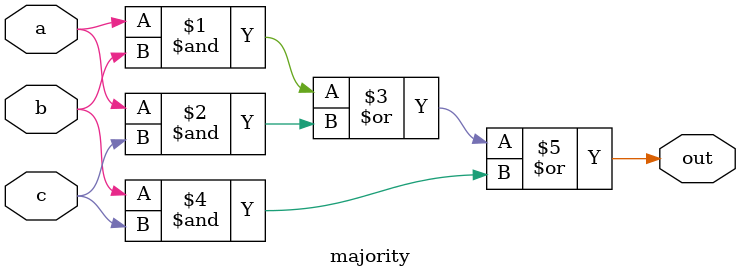
<source format=v>
module majority(a, b, c, out) ;
    input a, b, c ;
    output out ;
    wire out ;
    assign out = (a & b)|(a & c)|(b & c) ;
endmodule

</source>
